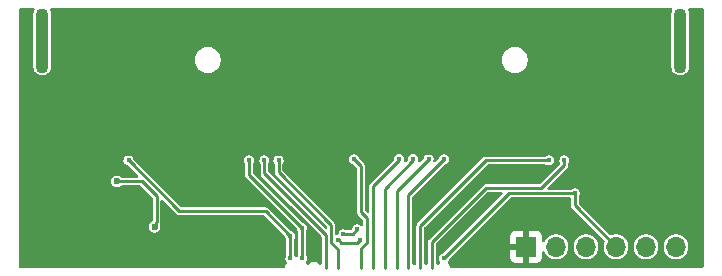
<source format=gbl>
%TF.GenerationSoftware,KiCad,Pcbnew,9.0.0*%
%TF.CreationDate,2025-03-31T12:08:15+01:00*%
%TF.ProjectId,vm_jacdaptor_0.1,766d5f6a-6163-4646-9170-746f725f302e,v0.1*%
%TF.SameCoordinates,PX58b1140PY3fe56c0*%
%TF.FileFunction,Copper,L2,Bot*%
%TF.FilePolarity,Positive*%
%FSLAX45Y45*%
G04 Gerber Fmt 4.5, Leading zero omitted, Abs format (unit mm)*
G04 Created by KiCad (PCBNEW 9.0.0) date 2025-03-31 12:08:15*
%MOMM*%
%LPD*%
G01*
G04 APERTURE LIST*
%TA.AperFunction,ComponentPad*%
%ADD10R,1.700000X1.700000*%
%TD*%
%TA.AperFunction,ComponentPad*%
%ADD11O,1.700000X1.700000*%
%TD*%
%TA.AperFunction,ComponentPad*%
%ADD12O,1.100000X5.500000*%
%TD*%
%TA.AperFunction,SMDPad,CuDef*%
%ADD13C,0.125000*%
%TD*%
%TA.AperFunction,ViaPad*%
%ADD14C,0.600000*%
%TD*%
%TA.AperFunction,ViaPad*%
%ADD15C,0.450000*%
%TD*%
%TA.AperFunction,Conductor*%
%ADD16C,0.250000*%
%TD*%
%TA.AperFunction,Conductor*%
%ADD17C,0.500000*%
%TD*%
%TA.AperFunction,Conductor*%
%ADD18C,0.200000*%
%TD*%
G04 APERTURE END LIST*
D10*
%TO.P,J2,1,Pin_1*%
%TO.N,GND*%
X1395000Y-920000D03*
D11*
%TO.P,J2,2,Pin_2*%
%TO.N,/RESET*%
X1649000Y-920000D03*
%TO.P,J2,3,Pin_3*%
%TO.N,/SWCLK*%
X1903000Y-920000D03*
%TO.P,J2,4,Pin_4*%
%TO.N,/JD_DATA*%
X2157000Y-920000D03*
%TO.P,J2,5,Pin_5*%
%TO.N,JD_PWR*%
X2411000Y-920000D03*
%TO.P,J2,6,Pin_6*%
%TO.N,+3V3*%
X2665000Y-920000D03*
%TD*%
D12*
%TO.P,J1,41*%
%TO.N,N/C*%
X2700000Y825000D03*
%TO.P,J1,42*%
X-2700000Y825000D03*
%TD*%
D13*
%TO.P,GS12,1,SWDIO~*%
%TO.N,/SWDIO_8*%
X600000Y-1100000D03*
%TD*%
%TO.P,GS5,1,SWDIO~*%
%TO.N,/SWDIO_1*%
X-200000Y-1100000D03*
%TD*%
%TO.P,GS10,1,SWDIO~*%
%TO.N,/SWDIO_6*%
X400000Y-1100000D03*
%TD*%
%TO.P,GS7,1,SWDIO~*%
%TO.N,/SWDIO_3*%
X100000Y-1100000D03*
%TD*%
%TO.P,GS6,1,SWDIO~*%
%TO.N,/SWDIO_2*%
X0Y-1100000D03*
%TD*%
%TO.P,GS4,1,SWDIO~*%
%TO.N,/SWDIO_0*%
X-300000Y-1100000D03*
%TD*%
%TO.P,GS8,1,SWDIO~*%
%TO.N,/SWDIO_4*%
X200000Y-1100000D03*
%TD*%
%TO.P,GS11,1,SWDIO~*%
%TO.N,/SWDIO_7*%
X500000Y-1100000D03*
%TD*%
%TO.P,GS9,1,SWDIO~*%
%TO.N,/SWDIO_5*%
X300000Y-1100000D03*
%TD*%
D14*
%TO.N,+3V3*%
X-1750000Y-750100D03*
X-2067500Y-367500D03*
D15*
%TO.N,GND*%
X-1465000Y-445000D03*
D14*
X-2006819Y-444689D03*
D15*
X1940000Y-480000D03*
X-335000Y-305000D03*
X-402500Y-1020000D03*
X-745000Y-830000D03*
D14*
X-1930000Y-710000D03*
D15*
X2170000Y-635000D03*
X945000Y-695000D03*
X-1420000Y-245000D03*
X1435000Y-550000D03*
X1140000Y-810000D03*
X-2260000Y-255000D03*
X1020000Y-965000D03*
%TO.N,/JD_DATA*%
X1808099Y-468914D03*
X700000Y-1020000D03*
%TO.N,/SWDIO_1*%
X-700000Y-190000D03*
%TO.N,/SWDIO_2*%
X-60000Y-180000D03*
%TO.N,/SWDIO_3*%
X320000Y-176900D03*
%TO.N,/SWDIO_4*%
X440000Y-176900D03*
%TO.N,/SWDIO_5*%
X570000Y-180000D03*
%TO.N,/SWDIO_6*%
X700000Y-180000D03*
%TO.N,/SWDIO_7*%
X1590000Y-190000D03*
%TO.N,/SWCLK*%
X-6851Y-863829D03*
X-600000Y-1020000D03*
X-1970000Y-190000D03*
X-198693Y-862000D03*
X-600000Y-830000D03*
%TO.N,/RESET*%
X-32782Y-772782D03*
X-500000Y-760000D03*
X-500000Y-1020000D03*
X-152500Y-816322D03*
X-950000Y-190000D03*
%TO.N,/SWDIO_0*%
X-820000Y-190000D03*
%TO.N,/SWDIO_8*%
X1720000Y-190000D03*
%TD*%
D16*
%TO.N,+3V3*%
X-2067500Y-367500D02*
X-1856140Y-367500D01*
X-1856140Y-367500D02*
X-1732500Y-491140D01*
X-1732500Y-491140D02*
X-1732500Y-712500D01*
X-1750000Y-730000D02*
X-1750000Y-750100D01*
X-1732500Y-712500D02*
X-1750000Y-730000D01*
D17*
%TO.N,GND*%
X-2009261Y-447131D02*
X-2006819Y-444689D01*
X-1947098Y-657098D02*
X-1930000Y-674195D01*
D18*
X2700000Y-600000D02*
X2650000Y-600000D01*
D17*
X-1930000Y-674195D02*
X-1930000Y-710000D01*
X-2009261Y-594934D02*
X-2009261Y-447131D01*
X-2000000Y-710000D02*
X-1947098Y-657098D01*
X-1947098Y-657098D02*
X-2009261Y-594934D01*
D16*
%TO.N,/JD_DATA*%
X1808099Y-571100D02*
X2157000Y-920000D01*
X1808099Y-468914D02*
X1251086Y-468914D01*
X1251086Y-468914D02*
X700000Y-1020000D01*
X1808099Y-468914D02*
X1808099Y-571100D01*
%TO.N,/SWDIO_1*%
X-700000Y-290000D02*
X-700000Y-190000D01*
X-253693Y-736307D02*
X-700000Y-290000D01*
X-200000Y-938475D02*
X-253693Y-884782D01*
X-253693Y-884782D02*
X-253693Y-736307D01*
X-200000Y-1100000D02*
X-200000Y-938475D01*
%TO.N,/SWDIO_2*%
X50000Y-680242D02*
X0Y-630242D01*
X0Y-630242D02*
X0Y-240000D01*
X50000Y-884760D02*
X50000Y-680242D01*
X0Y-934760D02*
X50000Y-884760D01*
X0Y-240000D02*
X-60000Y-180000D01*
X0Y-1100000D02*
X0Y-934760D01*
%TO.N,/SWDIO_3*%
X100000Y-410000D02*
X320000Y-190000D01*
X100000Y-1100000D02*
X100000Y-410000D01*
X320000Y-190000D02*
X320000Y-176900D01*
%TO.N,/SWDIO_4*%
X200000Y-430000D02*
X440000Y-190000D01*
X200000Y-1100000D02*
X200000Y-430000D01*
X440000Y-190000D02*
X440000Y-176900D01*
%TO.N,/SWDIO_5*%
X300000Y-1100000D02*
X300000Y-450000D01*
X300000Y-450000D02*
X570000Y-180000D01*
%TO.N,/SWDIO_6*%
X400000Y-480000D02*
X700000Y-180000D01*
X400000Y-1100000D02*
X400000Y-480000D01*
%TO.N,/SWDIO_7*%
X500000Y-1100000D02*
X500000Y-745209D01*
X500000Y-745209D02*
X1055210Y-190000D01*
X1055210Y-190000D02*
X1590000Y-190000D01*
%TO.N,/SWCLK*%
X-194257Y-862102D02*
X-194356Y-862102D01*
X-167081Y-885000D02*
X-185770Y-866310D01*
X-600000Y-830000D02*
X-810000Y-620000D01*
X-185770Y-866310D02*
X-189344Y-866310D01*
X-13829Y-863829D02*
X-35000Y-885000D01*
X-192916Y-862739D02*
X-193620Y-862739D01*
X-1540000Y-620000D02*
X-1970000Y-190000D01*
X-194458Y-862000D02*
X-198693Y-862000D01*
X-6851Y-863829D02*
X-13829Y-863829D01*
X-35000Y-885000D02*
X-167081Y-885000D01*
X-189344Y-866310D02*
X-192916Y-862739D01*
X-810000Y-620000D02*
X-1540000Y-620000D01*
X-194356Y-862102D02*
X-194458Y-862000D01*
X-600000Y-1020000D02*
X-600000Y-830000D01*
X-193620Y-862739D02*
X-194257Y-862102D01*
%TO.N,/RESET*%
X-73333Y-813333D02*
X-149510Y-813333D01*
X-32782Y-772782D02*
X-73333Y-813333D01*
X-950000Y-310000D02*
X-950000Y-190000D01*
X-149510Y-813333D02*
X-152500Y-816322D01*
X-500000Y-1020000D02*
X-500000Y-760000D01*
X-500000Y-760000D02*
X-950000Y-310000D01*
%TO.N,/SWDIO_0*%
X-820000Y-300000D02*
X-820000Y-190000D01*
X-300000Y-820000D02*
X-820000Y-300000D01*
X-300000Y-1100000D02*
X-300000Y-820000D01*
%TO.N,/SWDIO_8*%
X1720000Y-230000D02*
X1720000Y-190000D01*
X1056086Y-423914D02*
X1526086Y-423914D01*
X1526086Y-423914D02*
X1720000Y-230000D01*
X600000Y-1100000D02*
X600000Y-880000D01*
X600000Y-880000D02*
X1056086Y-423914D01*
%TD*%
%TA.AperFunction,Conductor*%
%TO.N,GND*%
G36*
X-2770040Y1097982D02*
G01*
X-2765465Y1092701D01*
X-2764470Y1085785D01*
X-2766262Y1081109D01*
X-2766221Y1081087D01*
X-2766397Y1080759D01*
X-2766434Y1080661D01*
X-2766508Y1080550D01*
X-2766509Y1080549D01*
X-2772166Y1066892D01*
X-2772166Y1066891D01*
X-2775050Y1052392D01*
X-2775050Y1052392D01*
X-2775050Y597608D01*
X-2775050Y597608D01*
X-2775050Y597608D01*
X-2772166Y583109D01*
X-2772166Y583108D01*
X-2766509Y569451D01*
X-2766508Y569450D01*
X-2758295Y557159D01*
X-2758295Y557158D01*
X-2747842Y546705D01*
X-2747842Y546705D01*
X-2735550Y538492D01*
X-2735549Y538491D01*
X-2721892Y532834D01*
X-2721891Y532834D01*
X-2721891Y532834D01*
X-2721891Y532834D01*
X-2707392Y529950D01*
X-2707392Y529950D01*
X-2692608Y529950D01*
X-2682854Y531890D01*
X-2678109Y532834D01*
X-2664451Y538492D01*
X-2652158Y546705D01*
X-2641705Y557158D01*
X-2633492Y569451D01*
X-2627834Y583109D01*
X-2624950Y597608D01*
X-2624950Y668661D01*
X-1410050Y668661D01*
X-1410050Y651339D01*
X-1407340Y634230D01*
X-1401987Y617756D01*
X-1394123Y602321D01*
X-1383941Y588307D01*
X-1371693Y576059D01*
X-1357679Y565877D01*
X-1342245Y558013D01*
X-1325770Y552660D01*
X-1308661Y549950D01*
X-1308661Y549950D01*
X-1291339Y549950D01*
X-1291339Y549950D01*
X-1274230Y552660D01*
X-1257756Y558013D01*
X-1242321Y565877D01*
X-1228307Y576059D01*
X-1216059Y588307D01*
X-1205877Y602321D01*
X-1198013Y617756D01*
X-1192660Y634230D01*
X-1189950Y651339D01*
X-1189950Y668661D01*
X1189950Y668661D01*
X1189950Y651339D01*
X1192660Y634230D01*
X1198013Y617756D01*
X1205877Y602321D01*
X1216059Y588307D01*
X1228307Y576059D01*
X1242321Y565877D01*
X1257756Y558013D01*
X1274230Y552660D01*
X1291339Y549950D01*
X1291339Y549950D01*
X1308661Y549950D01*
X1308661Y549950D01*
X1325770Y552660D01*
X1342245Y558013D01*
X1357679Y565877D01*
X1371693Y576059D01*
X1383941Y588307D01*
X1394123Y602321D01*
X1401987Y617756D01*
X1407340Y634230D01*
X1410050Y651339D01*
X1410050Y668661D01*
X1407340Y685770D01*
X1401987Y702244D01*
X1394123Y717679D01*
X1383941Y731693D01*
X1371693Y743941D01*
X1357679Y754123D01*
X1342245Y761987D01*
X1325770Y767340D01*
X1325770Y767340D01*
X1325770Y767340D01*
X1312627Y769422D01*
X1308661Y770050D01*
X1291339Y770050D01*
X1287373Y769422D01*
X1274230Y767340D01*
X1257755Y761987D01*
X1242321Y754123D01*
X1234326Y748314D01*
X1228307Y743941D01*
X1228307Y743941D01*
X1228307Y743941D01*
X1216059Y731693D01*
X1216059Y731693D01*
X1216059Y731693D01*
X1211686Y725674D01*
X1205877Y717679D01*
X1198013Y702245D01*
X1192660Y685770D01*
X1189950Y668661D01*
X-1189950Y668661D01*
X-1192660Y685770D01*
X-1198013Y702244D01*
X-1205877Y717679D01*
X-1216059Y731693D01*
X-1228307Y743941D01*
X-1242321Y754123D01*
X-1257756Y761987D01*
X-1274230Y767340D01*
X-1274230Y767340D01*
X-1274230Y767340D01*
X-1287373Y769422D01*
X-1291339Y770050D01*
X-1308661Y770050D01*
X-1312627Y769422D01*
X-1325770Y767340D01*
X-1342245Y761987D01*
X-1357679Y754123D01*
X-1365674Y748314D01*
X-1371693Y743941D01*
X-1371693Y743941D01*
X-1371693Y743941D01*
X-1383941Y731693D01*
X-1383941Y731693D01*
X-1383941Y731693D01*
X-1388314Y725674D01*
X-1394123Y717679D01*
X-1401987Y702245D01*
X-1407340Y685770D01*
X-1410050Y668661D01*
X-2624950Y668661D01*
X-2624950Y1052392D01*
X-2624950Y1052392D01*
X-2627834Y1066891D01*
X-2627834Y1066891D01*
X-2627834Y1066891D01*
X-2627834Y1066892D01*
X-2633491Y1080549D01*
X-2633492Y1080550D01*
X-2633566Y1080661D01*
X-2633587Y1080728D01*
X-2633779Y1081087D01*
X-2633711Y1081124D01*
X-2635654Y1087328D01*
X-2633806Y1094066D01*
X-2628608Y1098736D01*
X-2623256Y1099950D01*
X2623256Y1099950D01*
X2629960Y1097982D01*
X2634535Y1092701D01*
X2635530Y1085785D01*
X2633738Y1081109D01*
X2633779Y1081087D01*
X2633603Y1080759D01*
X2633566Y1080661D01*
X2633492Y1080550D01*
X2633491Y1080549D01*
X2627834Y1066892D01*
X2627834Y1066891D01*
X2624950Y1052392D01*
X2624950Y1052392D01*
X2624950Y597608D01*
X2624950Y597608D01*
X2624950Y597608D01*
X2627834Y583109D01*
X2627834Y583108D01*
X2633491Y569451D01*
X2633492Y569450D01*
X2641705Y557159D01*
X2641705Y557158D01*
X2652158Y546705D01*
X2652158Y546705D01*
X2664450Y538492D01*
X2664451Y538491D01*
X2678108Y532834D01*
X2678109Y532834D01*
X2678109Y532834D01*
X2678109Y532834D01*
X2692608Y529950D01*
X2692608Y529950D01*
X2707392Y529950D01*
X2717146Y531890D01*
X2721891Y532834D01*
X2735550Y538492D01*
X2747842Y546705D01*
X2758295Y557158D01*
X2766508Y569451D01*
X2772166Y583109D01*
X2775050Y597608D01*
X2775050Y1052392D01*
X2775050Y1052392D01*
X2772166Y1066891D01*
X2772166Y1066891D01*
X2772166Y1066891D01*
X2772166Y1066892D01*
X2766509Y1080549D01*
X2766508Y1080550D01*
X2766434Y1080661D01*
X2766413Y1080728D01*
X2766221Y1081087D01*
X2766289Y1081124D01*
X2764346Y1087328D01*
X2766194Y1094066D01*
X2771392Y1098736D01*
X2776744Y1099950D01*
X2887550Y1099950D01*
X2894254Y1097982D01*
X2898829Y1092701D01*
X2899950Y1087550D01*
X2899950Y-1087600D01*
X2897981Y-1094304D01*
X2892701Y-1098879D01*
X2887550Y-1100000D01*
X760950Y-1100000D01*
X754246Y-1098032D01*
X749671Y-1092751D01*
X748973Y-1090809D01*
X748113Y-1087600D01*
X746194Y-1080438D01*
X739668Y-1069134D01*
X734122Y-1063589D01*
X730774Y-1057456D01*
X731272Y-1050487D01*
X733625Y-1046826D01*
X733554Y-1046771D01*
X734048Y-1046127D01*
X734048Y-1046126D01*
X739650Y-1036424D01*
X742466Y-1025916D01*
X745675Y-1020358D01*
X935817Y-830215D01*
X1260000Y-830215D01*
X1260000Y-895000D01*
X1351699Y-895000D01*
X1348408Y-900701D01*
X1345000Y-913417D01*
X1345000Y-926583D01*
X1348408Y-939299D01*
X1351699Y-945000D01*
X1260000Y-945000D01*
X1260000Y-1009784D01*
X1260640Y-1015737D01*
X1260640Y-1015738D01*
X1265665Y-1029209D01*
X1265665Y-1029209D01*
X1274281Y-1040719D01*
X1274281Y-1040719D01*
X1285791Y-1049335D01*
X1285791Y-1049335D01*
X1299262Y-1054360D01*
X1299263Y-1054360D01*
X1305216Y-1055000D01*
X1305217Y-1055000D01*
X1370000Y-1055000D01*
X1370000Y-963301D01*
X1375701Y-966592D01*
X1388417Y-970000D01*
X1401583Y-970000D01*
X1414299Y-966592D01*
X1420000Y-963301D01*
X1420000Y-1055000D01*
X1484783Y-1055000D01*
X1484784Y-1055000D01*
X1490737Y-1054360D01*
X1490738Y-1054360D01*
X1504209Y-1049335D01*
X1504209Y-1049335D01*
X1515719Y-1040719D01*
X1515719Y-1040719D01*
X1524335Y-1029209D01*
X1524335Y-1029209D01*
X1529360Y-1015738D01*
X1529360Y-1015737D01*
X1530000Y-1009784D01*
X1530000Y-1009783D01*
X1530000Y-969556D01*
X1531968Y-962852D01*
X1537249Y-958277D01*
X1544165Y-957283D01*
X1550520Y-960185D01*
X1553856Y-964811D01*
X1554594Y-966592D01*
X1555906Y-969760D01*
X1558956Y-974325D01*
X1567402Y-986966D01*
X1582034Y-1001597D01*
X1582034Y-1001598D01*
X1599240Y-1013094D01*
X1618358Y-1021013D01*
X1638653Y-1025050D01*
X1638653Y-1025050D01*
X1638653Y-1025050D01*
X1659347Y-1025050D01*
X1659347Y-1025050D01*
X1679642Y-1021013D01*
X1698760Y-1013094D01*
X1715965Y-1001598D01*
X1730598Y-986965D01*
X1742094Y-969760D01*
X1750013Y-950642D01*
X1754050Y-930346D01*
X1754050Y-909653D01*
X1754050Y-909653D01*
X1797950Y-909653D01*
X1797950Y-930347D01*
X1801987Y-950641D01*
X1801987Y-950642D01*
X1809906Y-969760D01*
X1821402Y-986966D01*
X1836034Y-1001597D01*
X1836034Y-1001598D01*
X1853240Y-1013094D01*
X1872358Y-1021013D01*
X1892653Y-1025050D01*
X1892653Y-1025050D01*
X1892653Y-1025050D01*
X1913347Y-1025050D01*
X1913347Y-1025050D01*
X1933642Y-1021013D01*
X1952760Y-1013094D01*
X1969965Y-1001598D01*
X1984598Y-986965D01*
X1996094Y-969760D01*
X2004013Y-950642D01*
X2008050Y-930346D01*
X2008050Y-909653D01*
X2004013Y-889358D01*
X1996094Y-870240D01*
X1984598Y-853034D01*
X1984597Y-853034D01*
X1969966Y-838402D01*
X1955486Y-828727D01*
X1952760Y-826906D01*
X1950852Y-826115D01*
X1933642Y-818987D01*
X1933641Y-818987D01*
X1913347Y-814950D01*
X1913346Y-814950D01*
X1892653Y-814950D01*
X1892653Y-814950D01*
X1872359Y-818987D01*
X1872358Y-818987D01*
X1853240Y-826906D01*
X1836034Y-838402D01*
X1821402Y-853034D01*
X1809906Y-870240D01*
X1801987Y-889358D01*
X1801987Y-889359D01*
X1797950Y-909653D01*
X1754050Y-909653D01*
X1750013Y-889358D01*
X1742094Y-870240D01*
X1730598Y-853034D01*
X1730597Y-853034D01*
X1715966Y-838402D01*
X1701486Y-828727D01*
X1698760Y-826906D01*
X1696852Y-826115D01*
X1679642Y-818987D01*
X1679641Y-818987D01*
X1659347Y-814950D01*
X1659346Y-814950D01*
X1638653Y-814950D01*
X1638653Y-814950D01*
X1618359Y-818987D01*
X1618358Y-818987D01*
X1599240Y-826906D01*
X1582034Y-838402D01*
X1567402Y-853034D01*
X1555906Y-870240D01*
X1553856Y-875189D01*
X1549472Y-880629D01*
X1542843Y-882836D01*
X1536073Y-881108D01*
X1531312Y-875994D01*
X1530000Y-870443D01*
X1530000Y-830217D01*
X1530000Y-830215D01*
X1529360Y-824263D01*
X1529360Y-824262D01*
X1524335Y-810791D01*
X1524335Y-810791D01*
X1515719Y-799281D01*
X1515719Y-799281D01*
X1504209Y-790665D01*
X1504209Y-790664D01*
X1490738Y-785640D01*
X1490737Y-785640D01*
X1484784Y-785000D01*
X1420000Y-785000D01*
X1420000Y-876699D01*
X1414299Y-873407D01*
X1401583Y-870000D01*
X1388417Y-870000D01*
X1375701Y-873407D01*
X1370000Y-876699D01*
X1370000Y-785000D01*
X1305216Y-785000D01*
X1299263Y-785640D01*
X1299262Y-785640D01*
X1285791Y-790664D01*
X1285791Y-790665D01*
X1274281Y-799281D01*
X1274281Y-799281D01*
X1265665Y-810791D01*
X1265665Y-810791D01*
X1260640Y-824262D01*
X1260640Y-824263D01*
X1260000Y-830215D01*
X935817Y-830215D01*
X1260937Y-505096D01*
X1267069Y-501747D01*
X1269705Y-501464D01*
X1763149Y-501464D01*
X1769853Y-503432D01*
X1774429Y-508713D01*
X1775549Y-513864D01*
X1775549Y-575385D01*
X1777768Y-583664D01*
X1777857Y-583818D01*
X1782053Y-591086D01*
X1782053Y-591086D01*
X2057257Y-866289D01*
X2060605Y-872422D01*
X2060107Y-879391D01*
X2059945Y-879803D01*
X2055987Y-889357D01*
X2055987Y-889359D01*
X2051950Y-909653D01*
X2051950Y-930347D01*
X2055987Y-950641D01*
X2055987Y-950642D01*
X2063906Y-969760D01*
X2075402Y-986966D01*
X2090034Y-1001597D01*
X2090034Y-1001598D01*
X2107240Y-1013094D01*
X2126358Y-1021013D01*
X2146653Y-1025050D01*
X2146653Y-1025050D01*
X2146654Y-1025050D01*
X2167347Y-1025050D01*
X2167347Y-1025050D01*
X2187642Y-1021013D01*
X2206760Y-1013094D01*
X2223966Y-1001598D01*
X2238598Y-986965D01*
X2250094Y-969760D01*
X2258013Y-950642D01*
X2262050Y-930346D01*
X2262050Y-909653D01*
X2262050Y-909653D01*
X2305950Y-909653D01*
X2305950Y-930347D01*
X2309987Y-950641D01*
X2309987Y-950642D01*
X2317906Y-969760D01*
X2329402Y-986966D01*
X2344034Y-1001597D01*
X2344035Y-1001598D01*
X2361240Y-1013094D01*
X2380358Y-1021013D01*
X2400653Y-1025050D01*
X2400653Y-1025050D01*
X2400654Y-1025050D01*
X2421347Y-1025050D01*
X2421347Y-1025050D01*
X2441642Y-1021013D01*
X2460760Y-1013094D01*
X2477966Y-1001598D01*
X2492598Y-986965D01*
X2504094Y-969760D01*
X2512013Y-950642D01*
X2516050Y-930346D01*
X2516050Y-909653D01*
X2516050Y-909653D01*
X2559950Y-909653D01*
X2559950Y-930347D01*
X2563987Y-950641D01*
X2563987Y-950642D01*
X2571906Y-969760D01*
X2583402Y-986966D01*
X2598034Y-1001597D01*
X2598035Y-1001598D01*
X2615240Y-1013094D01*
X2634358Y-1021013D01*
X2654653Y-1025050D01*
X2654653Y-1025050D01*
X2654654Y-1025050D01*
X2675347Y-1025050D01*
X2675347Y-1025050D01*
X2695642Y-1021013D01*
X2714760Y-1013094D01*
X2731966Y-1001598D01*
X2746598Y-986965D01*
X2758094Y-969760D01*
X2766013Y-950642D01*
X2770050Y-930346D01*
X2770050Y-909653D01*
X2766013Y-889358D01*
X2758094Y-870240D01*
X2746598Y-853034D01*
X2746598Y-853034D01*
X2731966Y-838402D01*
X2717486Y-828727D01*
X2714760Y-826906D01*
X2712852Y-826115D01*
X2695642Y-818987D01*
X2695641Y-818987D01*
X2675347Y-814950D01*
X2675347Y-814950D01*
X2654654Y-814950D01*
X2654653Y-814950D01*
X2634359Y-818987D01*
X2634358Y-818987D01*
X2615240Y-826906D01*
X2598034Y-838402D01*
X2583402Y-853034D01*
X2571906Y-870240D01*
X2563987Y-889358D01*
X2563987Y-889359D01*
X2559950Y-909653D01*
X2516050Y-909653D01*
X2512013Y-889358D01*
X2504094Y-870240D01*
X2492598Y-853034D01*
X2492598Y-853034D01*
X2477966Y-838402D01*
X2463486Y-828727D01*
X2460760Y-826906D01*
X2458852Y-826115D01*
X2441642Y-818987D01*
X2441641Y-818987D01*
X2421347Y-814950D01*
X2421347Y-814950D01*
X2400654Y-814950D01*
X2400653Y-814950D01*
X2380359Y-818987D01*
X2380358Y-818987D01*
X2361240Y-826906D01*
X2344034Y-838402D01*
X2329402Y-853034D01*
X2317906Y-870240D01*
X2309987Y-889358D01*
X2309987Y-889359D01*
X2305950Y-909653D01*
X2262050Y-909653D01*
X2258013Y-889358D01*
X2250094Y-870240D01*
X2238598Y-853034D01*
X2238598Y-853034D01*
X2223966Y-838402D01*
X2209486Y-828727D01*
X2206760Y-826906D01*
X2204852Y-826115D01*
X2187642Y-818987D01*
X2187641Y-818987D01*
X2167347Y-814950D01*
X2167347Y-814950D01*
X2146654Y-814950D01*
X2146653Y-814950D01*
X2126359Y-818987D01*
X2126358Y-818987D01*
X2116803Y-822945D01*
X2109856Y-823692D01*
X2103608Y-820564D01*
X2103290Y-820257D01*
X1844281Y-561249D01*
X1840933Y-555116D01*
X1840649Y-552481D01*
X1840649Y-500958D01*
X1842311Y-494758D01*
X1843047Y-493483D01*
X1847750Y-485338D01*
X1850649Y-474516D01*
X1850649Y-463312D01*
X1847750Y-452490D01*
X1842148Y-442788D01*
X1834226Y-434865D01*
X1824523Y-429264D01*
X1813701Y-426364D01*
X1802498Y-426364D01*
X1791676Y-429264D01*
X1791675Y-429264D01*
X1782255Y-434703D01*
X1776055Y-436364D01*
X1589605Y-436364D01*
X1582901Y-434395D01*
X1578325Y-429115D01*
X1577331Y-422199D01*
X1580234Y-415844D01*
X1580837Y-415196D01*
X1663051Y-332982D01*
X1746046Y-249986D01*
X1750332Y-242564D01*
X1752550Y-234285D01*
X1752550Y-225715D01*
X1752550Y-222044D01*
X1754211Y-215844D01*
X1759650Y-206424D01*
X1762550Y-195602D01*
X1762550Y-184398D01*
X1759650Y-173576D01*
X1754048Y-163874D01*
X1746126Y-155952D01*
X1736424Y-150350D01*
X1725602Y-147450D01*
X1714398Y-147450D01*
X1703576Y-150350D01*
X1703576Y-150350D01*
X1693874Y-155951D01*
X1693873Y-155952D01*
X1685952Y-163873D01*
X1685951Y-163874D01*
X1680350Y-173576D01*
X1680350Y-173576D01*
X1677450Y-184398D01*
X1677450Y-195602D01*
X1679875Y-204654D01*
X1680350Y-206424D01*
X1680350Y-206424D01*
X1681886Y-209084D01*
X1683533Y-215874D01*
X1681248Y-222477D01*
X1679915Y-224052D01*
X1516235Y-387732D01*
X1510103Y-391081D01*
X1507467Y-391364D01*
X1051801Y-391364D01*
X1043522Y-393582D01*
X1036100Y-397867D01*
X1036099Y-397868D01*
X573954Y-860013D01*
X573953Y-860014D01*
X569668Y-867436D01*
X569668Y-867436D01*
X567450Y-875715D01*
X567450Y-1057736D01*
X566634Y-1060515D01*
X566100Y-1063362D01*
X565593Y-1064060D01*
X565482Y-1064440D01*
X564067Y-1066247D01*
X563946Y-1066376D01*
X560332Y-1069990D01*
X560013Y-1070543D01*
X559017Y-1071598D01*
X556525Y-1073053D01*
X554195Y-1074755D01*
X553546Y-1074793D01*
X552984Y-1075122D01*
X550101Y-1074999D01*
X547221Y-1075170D01*
X546653Y-1074852D01*
X546004Y-1074824D01*
X543645Y-1073163D01*
X541128Y-1071749D01*
X540328Y-1070826D01*
X540292Y-1070800D01*
X540279Y-1070769D01*
X540162Y-1070634D01*
X539668Y-1069990D01*
X536182Y-1066504D01*
X532833Y-1060372D01*
X532550Y-1057736D01*
X532550Y-763828D01*
X534519Y-757124D01*
X536182Y-755060D01*
X1065060Y-226182D01*
X1071193Y-222833D01*
X1073828Y-222550D01*
X1557956Y-222550D01*
X1564156Y-224211D01*
X1573576Y-229650D01*
X1584398Y-232550D01*
X1584398Y-232550D01*
X1595602Y-232550D01*
X1595602Y-232550D01*
X1606424Y-229650D01*
X1616126Y-224048D01*
X1624048Y-216126D01*
X1629650Y-206424D01*
X1632550Y-195602D01*
X1632550Y-184398D01*
X1629650Y-173576D01*
X1624048Y-163874D01*
X1616126Y-155952D01*
X1606424Y-150350D01*
X1595602Y-147450D01*
X1584398Y-147450D01*
X1573576Y-150350D01*
X1573576Y-150350D01*
X1564156Y-155789D01*
X1557956Y-157450D01*
X1050924Y-157450D01*
X1042645Y-159668D01*
X1035223Y-163954D01*
X1035223Y-163954D01*
X473954Y-725223D01*
X473953Y-725224D01*
X469668Y-732645D01*
X469318Y-733953D01*
X467450Y-740924D01*
X467450Y-1057736D01*
X466634Y-1060515D01*
X466100Y-1063362D01*
X465593Y-1064060D01*
X465481Y-1064440D01*
X464067Y-1066247D01*
X463946Y-1066376D01*
X460332Y-1069990D01*
X460013Y-1070543D01*
X459017Y-1071598D01*
X456525Y-1073053D01*
X454195Y-1074755D01*
X453546Y-1074793D01*
X452984Y-1075122D01*
X450101Y-1074999D01*
X447220Y-1075170D01*
X446653Y-1074852D01*
X446004Y-1074824D01*
X443645Y-1073163D01*
X441128Y-1071749D01*
X440328Y-1070826D01*
X440292Y-1070800D01*
X440279Y-1070769D01*
X440162Y-1070634D01*
X439668Y-1069990D01*
X436182Y-1066504D01*
X432833Y-1060372D01*
X432550Y-1057736D01*
X432550Y-498619D01*
X434518Y-491915D01*
X436182Y-489851D01*
X565122Y-360911D01*
X700358Y-225675D01*
X705916Y-222466D01*
X716424Y-219650D01*
X726126Y-214048D01*
X734048Y-206126D01*
X739650Y-196424D01*
X742550Y-185602D01*
X742550Y-174398D01*
X739650Y-163576D01*
X734048Y-153874D01*
X726126Y-145952D01*
X716424Y-140350D01*
X705602Y-137450D01*
X694398Y-137450D01*
X683576Y-140350D01*
X683576Y-140350D01*
X673874Y-145951D01*
X673873Y-145952D01*
X665952Y-153873D01*
X665951Y-153874D01*
X660350Y-163576D01*
X660350Y-163576D01*
X657534Y-174084D01*
X654325Y-179642D01*
X632164Y-201804D01*
X626031Y-205152D01*
X619062Y-204654D01*
X613469Y-200466D01*
X611027Y-193920D01*
X611418Y-189827D01*
X612550Y-185602D01*
X612550Y-174398D01*
X609650Y-163576D01*
X604049Y-153874D01*
X596126Y-145952D01*
X586424Y-140350D01*
X575602Y-137450D01*
X564398Y-137450D01*
X553576Y-140350D01*
X553576Y-140350D01*
X543874Y-145951D01*
X543873Y-145952D01*
X535952Y-153873D01*
X535951Y-153874D01*
X530350Y-163576D01*
X530350Y-163576D01*
X527534Y-174084D01*
X524325Y-179642D01*
X501029Y-202938D01*
X494897Y-206287D01*
X487927Y-205788D01*
X482334Y-201601D01*
X479892Y-195055D01*
X480283Y-190961D01*
X482550Y-182502D01*
X482550Y-171298D01*
X479650Y-160476D01*
X474048Y-150774D01*
X466126Y-142852D01*
X459658Y-139117D01*
X456424Y-137250D01*
X456424Y-137250D01*
X456424Y-137250D01*
X445602Y-134350D01*
X434398Y-134350D01*
X423576Y-137250D01*
X423576Y-137250D01*
X413874Y-142851D01*
X413873Y-142852D01*
X405952Y-150773D01*
X405951Y-150774D01*
X400350Y-160476D01*
X400350Y-160476D01*
X397450Y-171298D01*
X397450Y-181381D01*
X396585Y-184325D01*
X395933Y-187324D01*
X395558Y-187825D01*
X395481Y-188085D01*
X393819Y-190149D01*
X383501Y-200466D01*
X381029Y-202938D01*
X374897Y-206287D01*
X367927Y-205788D01*
X362334Y-201601D01*
X359892Y-195055D01*
X360283Y-190961D01*
X362550Y-182502D01*
X362550Y-171298D01*
X359650Y-160476D01*
X354048Y-150774D01*
X346126Y-142852D01*
X339658Y-139117D01*
X336424Y-137250D01*
X336424Y-137250D01*
X336424Y-137250D01*
X325602Y-134350D01*
X314398Y-134350D01*
X303576Y-137250D01*
X303576Y-137250D01*
X293874Y-142851D01*
X293873Y-142852D01*
X285952Y-150773D01*
X285951Y-150774D01*
X280350Y-160476D01*
X280350Y-160476D01*
X277450Y-171298D01*
X277450Y-181381D01*
X275482Y-188085D01*
X273818Y-190149D01*
X73954Y-390013D01*
X73953Y-390014D01*
X69668Y-397436D01*
X69668Y-397436D01*
X67450Y-405715D01*
X67450Y-621723D01*
X66826Y-623848D01*
X66668Y-626057D01*
X65861Y-627135D01*
X65481Y-628427D01*
X63808Y-629877D01*
X62481Y-631650D01*
X61219Y-632121D01*
X60201Y-633003D01*
X58009Y-633318D01*
X55935Y-634092D01*
X54618Y-633806D01*
X53285Y-633997D01*
X51271Y-633077D01*
X49107Y-632607D01*
X47335Y-631280D01*
X46930Y-631095D01*
X46282Y-630492D01*
X36182Y-620392D01*
X32833Y-614259D01*
X32550Y-611623D01*
X32550Y-235715D01*
X32550Y-235715D01*
X30332Y-227436D01*
X30332Y-227436D01*
X26046Y-220014D01*
X-14325Y-179642D01*
X-17534Y-174084D01*
X-20350Y-163576D01*
X-25951Y-153874D01*
X-33874Y-145952D01*
X-43576Y-140350D01*
X-54398Y-137450D01*
X-65602Y-137450D01*
X-76424Y-140350D01*
X-76424Y-140350D01*
X-86126Y-145951D01*
X-86127Y-145952D01*
X-94048Y-153873D01*
X-94049Y-153874D01*
X-99650Y-163576D01*
X-99650Y-163576D01*
X-99650Y-163576D01*
X-102550Y-174398D01*
X-102550Y-185602D01*
X-99650Y-196424D01*
X-94048Y-206126D01*
X-86126Y-214048D01*
X-76424Y-219650D01*
X-65916Y-222466D01*
X-60358Y-225675D01*
X-36182Y-249851D01*
X-32833Y-255983D01*
X-32550Y-258619D01*
X-32550Y-634528D01*
X-30332Y-642806D01*
X-28461Y-646046D01*
X-26046Y-650229D01*
X-26046Y-650229D01*
X13818Y-690093D01*
X17167Y-696226D01*
X17450Y-698861D01*
X17450Y-732903D01*
X15482Y-739607D01*
X10201Y-744182D01*
X3285Y-745176D01*
X-3070Y-742274D01*
X-3718Y-741671D01*
X-6655Y-738733D01*
X-6655Y-738733D01*
X-13124Y-734999D01*
X-16358Y-733132D01*
X-16358Y-733131D01*
X-16358Y-733131D01*
X-27180Y-730232D01*
X-38384Y-730232D01*
X-49205Y-733131D01*
X-49206Y-733132D01*
X-58908Y-738733D01*
X-58908Y-738733D01*
X-66830Y-746655D01*
X-66831Y-746656D01*
X-72432Y-756358D01*
X-72432Y-756358D01*
X-75248Y-766865D01*
X-76049Y-768254D01*
X-76342Y-769599D01*
X-78457Y-772424D01*
X-83184Y-777151D01*
X-89316Y-780499D01*
X-91952Y-780783D01*
X-125634Y-780783D01*
X-131834Y-779122D01*
X-136076Y-776672D01*
X-146898Y-773772D01*
X-158102Y-773772D01*
X-168924Y-776672D01*
X-168924Y-776672D01*
X-178626Y-782274D01*
X-178627Y-782274D01*
X-186548Y-790196D01*
X-186549Y-790196D01*
X-192150Y-799898D01*
X-192150Y-799899D01*
X-195002Y-810541D01*
X-195627Y-811566D01*
X-195826Y-812750D01*
X-197412Y-814494D01*
X-198638Y-816507D01*
X-199836Y-817161D01*
X-200526Y-817920D01*
X-203770Y-819309D01*
X-205534Y-819782D01*
X-212519Y-819615D01*
X-218305Y-815699D01*
X-221055Y-809276D01*
X-221143Y-807804D01*
X-221143Y-732022D01*
X-221143Y-732022D01*
X-223361Y-723743D01*
X-223361Y-723743D01*
X-227646Y-716321D01*
X-663818Y-280149D01*
X-667167Y-274017D01*
X-667450Y-271381D01*
X-667450Y-222044D01*
X-665789Y-215844D01*
X-660350Y-206424D01*
X-657450Y-195602D01*
X-657450Y-184398D01*
X-660350Y-173576D01*
X-665952Y-163874D01*
X-673874Y-155952D01*
X-683576Y-150350D01*
X-694398Y-147450D01*
X-705602Y-147450D01*
X-716424Y-150350D01*
X-716424Y-150350D01*
X-726126Y-155951D01*
X-726127Y-155952D01*
X-734048Y-163873D01*
X-734049Y-163874D01*
X-739650Y-173576D01*
X-739650Y-173576D01*
X-742550Y-184398D01*
X-742550Y-195602D01*
X-740124Y-204654D01*
X-739650Y-206424D01*
X-739650Y-206424D01*
X-734211Y-215844D01*
X-732550Y-222044D01*
X-732550Y-294285D01*
X-730332Y-302564D01*
X-728513Y-305715D01*
X-726046Y-309986D01*
X-726046Y-309986D01*
X-289875Y-746158D01*
X-288405Y-748850D01*
X-286745Y-751432D01*
X-286656Y-752052D01*
X-286526Y-752290D01*
X-286243Y-754926D01*
X-286243Y-757788D01*
X-288212Y-764492D01*
X-293492Y-769067D01*
X-300408Y-770062D01*
X-306763Y-767159D01*
X-307411Y-766556D01*
X-783818Y-290149D01*
X-787167Y-284017D01*
X-787450Y-281381D01*
X-787450Y-222044D01*
X-785789Y-215844D01*
X-780350Y-206424D01*
X-777450Y-195602D01*
X-777450Y-184398D01*
X-780350Y-173576D01*
X-785951Y-163874D01*
X-793874Y-155952D01*
X-803576Y-150350D01*
X-814398Y-147450D01*
X-825602Y-147450D01*
X-836424Y-150350D01*
X-836424Y-150350D01*
X-846126Y-155951D01*
X-846127Y-155952D01*
X-854048Y-163873D01*
X-854049Y-163874D01*
X-859650Y-173576D01*
X-859650Y-173576D01*
X-862550Y-184398D01*
X-862550Y-195602D01*
X-860124Y-204654D01*
X-859650Y-206424D01*
X-859650Y-206424D01*
X-854211Y-215844D01*
X-852550Y-222044D01*
X-852550Y-304285D01*
X-850332Y-312564D01*
X-848189Y-316275D01*
X-846046Y-319986D01*
X-590648Y-575385D01*
X-460520Y-705513D01*
X-336182Y-829851D01*
X-332833Y-835983D01*
X-332550Y-838619D01*
X-332550Y-1057736D01*
X-334519Y-1064440D01*
X-336182Y-1066504D01*
X-339668Y-1069990D01*
X-340022Y-1070451D01*
X-345664Y-1074571D01*
X-352639Y-1074987D01*
X-358731Y-1071565D01*
X-359789Y-1070169D01*
X-359838Y-1070207D01*
X-360332Y-1069562D01*
X-369562Y-1060332D01*
X-369562Y-1060332D01*
X-380866Y-1053806D01*
X-393474Y-1050428D01*
X-406526Y-1050428D01*
X-419134Y-1053806D01*
X-419134Y-1053806D01*
X-430438Y-1060332D01*
X-439668Y-1069562D01*
X-440022Y-1070023D01*
X-445664Y-1074143D01*
X-452639Y-1074559D01*
X-458731Y-1071138D01*
X-458861Y-1071002D01*
X-459867Y-1069941D01*
X-460332Y-1069134D01*
X-465997Y-1063470D01*
X-466112Y-1063348D01*
X-467630Y-1060380D01*
X-469226Y-1057456D01*
X-469214Y-1057283D01*
X-469293Y-1057128D01*
X-468966Y-1053811D01*
X-468728Y-1050487D01*
X-468621Y-1050321D01*
X-468606Y-1050175D01*
X-468184Y-1049642D01*
X-466375Y-1046826D01*
X-466446Y-1046771D01*
X-465952Y-1046127D01*
X-465951Y-1046126D01*
X-460350Y-1036424D01*
X-457450Y-1025602D01*
X-457450Y-1014398D01*
X-460350Y-1003576D01*
X-465789Y-994156D01*
X-467450Y-987956D01*
X-467450Y-792044D01*
X-465789Y-785844D01*
X-463727Y-782274D01*
X-460350Y-776424D01*
X-457450Y-765602D01*
X-457450Y-754398D01*
X-460350Y-743576D01*
X-465951Y-733874D01*
X-473874Y-725951D01*
X-477699Y-723743D01*
X-483576Y-720350D01*
X-483576Y-720350D01*
X-488487Y-719034D01*
X-494084Y-717534D01*
X-499642Y-714325D01*
X-913818Y-300149D01*
X-917167Y-294017D01*
X-917450Y-291381D01*
X-917450Y-222044D01*
X-915789Y-215844D01*
X-910350Y-206424D01*
X-907450Y-195602D01*
X-907450Y-184398D01*
X-910350Y-173576D01*
X-915951Y-163874D01*
X-923874Y-155952D01*
X-933576Y-150350D01*
X-944398Y-147450D01*
X-955602Y-147450D01*
X-966424Y-150350D01*
X-966424Y-150350D01*
X-976126Y-155951D01*
X-976127Y-155952D01*
X-984048Y-163873D01*
X-984049Y-163874D01*
X-989650Y-173576D01*
X-989650Y-173576D01*
X-992550Y-184398D01*
X-992550Y-195602D01*
X-990124Y-204654D01*
X-989650Y-206424D01*
X-989650Y-206424D01*
X-984211Y-215844D01*
X-982550Y-222044D01*
X-982550Y-314285D01*
X-980332Y-322564D01*
X-978189Y-326275D01*
X-976046Y-329986D01*
X-976046Y-329986D01*
X-545675Y-760358D01*
X-542466Y-765916D01*
X-542211Y-766865D01*
X-539650Y-776424D01*
X-539650Y-776424D01*
X-534211Y-785844D01*
X-532550Y-792044D01*
X-532550Y-987956D01*
X-534211Y-994156D01*
X-539261Y-1002902D01*
X-539701Y-1003321D01*
X-539899Y-1003895D01*
X-542200Y-1005704D01*
X-544318Y-1007724D01*
X-544914Y-1007839D01*
X-545391Y-1008214D01*
X-548305Y-1008492D01*
X-551179Y-1009046D01*
X-551743Y-1008821D01*
X-552347Y-1008878D01*
X-554948Y-1007537D01*
X-557665Y-1006450D01*
X-558156Y-1005884D01*
X-558557Y-1005677D01*
X-560739Y-1002902D01*
X-565789Y-994156D01*
X-567450Y-987956D01*
X-567450Y-862044D01*
X-565789Y-855844D01*
X-560350Y-846424D01*
X-557450Y-835602D01*
X-557450Y-824398D01*
X-560350Y-813576D01*
X-565952Y-803874D01*
X-573874Y-795951D01*
X-580641Y-792044D01*
X-583576Y-790350D01*
X-583576Y-790350D01*
X-588487Y-789034D01*
X-594084Y-787534D01*
X-599642Y-784325D01*
X-790014Y-593954D01*
X-790014Y-593954D01*
X-794981Y-591086D01*
X-797436Y-589668D01*
X-801575Y-588559D01*
X-805715Y-587450D01*
X-805715Y-587450D01*
X-1521381Y-587450D01*
X-1528085Y-585482D01*
X-1530149Y-583818D01*
X-1924325Y-189642D01*
X-1927534Y-184084D01*
X-1930350Y-173576D01*
X-1935951Y-163874D01*
X-1943874Y-155952D01*
X-1953576Y-150350D01*
X-1964398Y-147450D01*
X-1975602Y-147450D01*
X-1986424Y-150350D01*
X-1986424Y-150350D01*
X-1996126Y-155951D01*
X-1996127Y-155952D01*
X-2004048Y-163873D01*
X-2004049Y-163874D01*
X-2009650Y-173576D01*
X-2009650Y-173576D01*
X-2012550Y-184398D01*
X-2012550Y-195602D01*
X-2009650Y-206424D01*
X-2004048Y-216126D01*
X-1996126Y-224048D01*
X-1986424Y-229650D01*
X-1975916Y-232466D01*
X-1970358Y-235675D01*
X-1892251Y-313782D01*
X-1888902Y-319914D01*
X-1889401Y-326883D01*
X-1893588Y-332477D01*
X-1900134Y-334918D01*
X-1901019Y-334950D01*
X-2024132Y-334950D01*
X-2030836Y-332982D01*
X-2032900Y-331318D01*
X-2036768Y-327450D01*
X-2036769Y-327450D01*
X-2042475Y-324155D01*
X-2048181Y-320861D01*
X-2054546Y-319155D01*
X-2060911Y-317450D01*
X-2074089Y-317450D01*
X-2086819Y-320861D01*
X-2098231Y-327450D01*
X-2098232Y-327450D01*
X-2107550Y-336768D01*
X-2107550Y-336769D01*
X-2114139Y-348181D01*
X-2117550Y-360911D01*
X-2117550Y-374089D01*
X-2114139Y-386819D01*
X-2112294Y-390014D01*
X-2107550Y-398231D01*
X-2098231Y-407550D01*
X-2086819Y-414139D01*
X-2074089Y-417550D01*
X-2074089Y-417550D01*
X-2060911Y-417550D01*
X-2060911Y-417550D01*
X-2048181Y-414139D01*
X-2036769Y-407550D01*
X-2032900Y-403682D01*
X-2026768Y-400333D01*
X-2024132Y-400050D01*
X-1874758Y-400050D01*
X-1868055Y-402018D01*
X-1865990Y-403682D01*
X-1768682Y-500990D01*
X-1765333Y-507123D01*
X-1765050Y-509758D01*
X-1765050Y-693837D01*
X-1767018Y-700541D01*
X-1771250Y-704576D01*
X-1780731Y-710050D01*
X-1780732Y-710050D01*
X-1790050Y-719368D01*
X-1790050Y-719369D01*
X-1796639Y-730781D01*
X-1798770Y-738733D01*
X-1800050Y-743511D01*
X-1800050Y-756689D01*
X-1799067Y-760358D01*
X-1796639Y-769419D01*
X-1794126Y-773772D01*
X-1790050Y-780832D01*
X-1780731Y-790150D01*
X-1769319Y-796739D01*
X-1756589Y-800150D01*
X-1756589Y-800150D01*
X-1743411Y-800150D01*
X-1743411Y-800150D01*
X-1730681Y-796739D01*
X-1719269Y-790150D01*
X-1709950Y-780832D01*
X-1703361Y-769419D01*
X-1699950Y-756689D01*
X-1699950Y-743511D01*
X-1702733Y-733123D01*
X-1702567Y-726139D01*
X-1702212Y-725169D01*
X-1702169Y-725065D01*
X-1702168Y-725064D01*
X-1699950Y-716785D01*
X-1699950Y-536019D01*
X-1697981Y-529315D01*
X-1692701Y-524740D01*
X-1685785Y-523745D01*
X-1679430Y-526648D01*
X-1678782Y-527251D01*
X-1566047Y-639986D01*
X-1566046Y-639986D01*
X-1559986Y-646047D01*
X-1559986Y-646047D01*
X-1559986Y-646047D01*
X-1552743Y-650228D01*
X-1552564Y-650332D01*
X-1544285Y-652550D01*
X-828619Y-652550D01*
X-821915Y-654519D01*
X-819851Y-656182D01*
X-645675Y-830358D01*
X-645212Y-831051D01*
X-644788Y-831345D01*
X-644067Y-832764D01*
X-642987Y-834380D01*
X-642550Y-835436D01*
X-642550Y-835602D01*
X-639650Y-846424D01*
X-634049Y-856126D01*
X-633931Y-856244D01*
X-633494Y-857299D01*
X-633274Y-859341D01*
X-632550Y-862044D01*
X-632550Y-987956D01*
X-634211Y-994156D01*
X-639650Y-1003576D01*
X-639650Y-1003576D01*
X-642550Y-1014398D01*
X-642550Y-1025602D01*
X-639650Y-1036424D01*
X-634049Y-1046126D01*
X-634048Y-1046127D01*
X-633554Y-1046771D01*
X-633678Y-1046866D01*
X-630774Y-1052185D01*
X-631272Y-1059154D01*
X-634122Y-1063589D01*
X-639668Y-1069134D01*
X-646194Y-1080438D01*
X-646194Y-1080438D01*
X-648973Y-1090809D01*
X-652609Y-1096775D01*
X-658894Y-1099828D01*
X-660950Y-1100000D01*
X-2887550Y-1100000D01*
X-2894254Y-1098032D01*
X-2898829Y-1092751D01*
X-2899950Y-1087600D01*
X-2899950Y1087550D01*
X-2897981Y1094254D01*
X-2892701Y1098829D01*
X-2887550Y1099950D01*
X-2776744Y1099950D01*
X-2770040Y1097982D01*
G37*
%TD.AperFunction*%
%TA.AperFunction,Conductor*%
G36*
X1194271Y-458432D02*
G01*
X1198847Y-463713D01*
X1199841Y-470629D01*
X1196938Y-476984D01*
X1196335Y-477632D01*
X699642Y-974325D01*
X694084Y-977534D01*
X683576Y-980350D01*
X683576Y-980350D01*
X673874Y-985951D01*
X673873Y-985952D01*
X665952Y-993873D01*
X665951Y-993874D01*
X660350Y-1003576D01*
X660350Y-1003576D01*
X657450Y-1014398D01*
X657450Y-1025602D01*
X660350Y-1036424D01*
X665952Y-1046126D01*
X665952Y-1046127D01*
X666446Y-1046771D01*
X666407Y-1046801D01*
X666785Y-1047065D01*
X667865Y-1049692D01*
X669226Y-1052185D01*
X669176Y-1052881D01*
X669442Y-1053527D01*
X668930Y-1056320D01*
X668728Y-1059154D01*
X668279Y-1059878D01*
X668184Y-1060400D01*
X666595Y-1062597D01*
X666163Y-1063294D01*
X666022Y-1063445D01*
X660332Y-1069134D01*
X659745Y-1070152D01*
X658772Y-1071192D01*
X656939Y-1072272D01*
X655400Y-1073740D01*
X653990Y-1074012D01*
X652754Y-1074741D01*
X650628Y-1074660D01*
X648539Y-1075062D01*
X647206Y-1074529D01*
X645772Y-1074474D01*
X644027Y-1073256D01*
X642052Y-1072465D01*
X640179Y-1070569D01*
X640043Y-1070474D01*
X640013Y-1070401D01*
X639880Y-1070267D01*
X639668Y-1069990D01*
X636182Y-1066504D01*
X632833Y-1060372D01*
X632550Y-1057736D01*
X632550Y-898619D01*
X634519Y-891915D01*
X636182Y-889851D01*
X1065937Y-460096D01*
X1072069Y-456747D01*
X1074705Y-456464D01*
X1187567Y-456464D01*
X1194271Y-458432D01*
G37*
%TD.AperFunction*%
%TD*%
M02*

</source>
